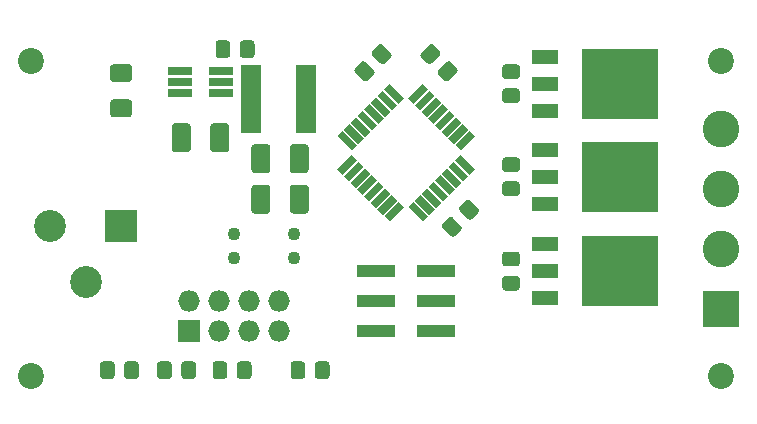
<source format=gbr>
%TF.GenerationSoftware,KiCad,Pcbnew,(5.1.6)-1*%
%TF.CreationDate,2020-10-21T10:45:24-05:00*%
%TF.ProjectId,esp-rgb-controller,6573702d-7267-4622-9d63-6f6e74726f6c,rev?*%
%TF.SameCoordinates,Original*%
%TF.FileFunction,Soldermask,Top*%
%TF.FilePolarity,Negative*%
%FSLAX46Y46*%
G04 Gerber Fmt 4.6, Leading zero omitted, Abs format (unit mm)*
G04 Created by KiCad (PCBNEW (5.1.6)-1) date 2020-10-21 10:45:24*
%MOMM*%
%LPD*%
G01*
G04 APERTURE LIST*
%ADD10C,2.200000*%
%ADD11C,3.100000*%
%ADD12R,3.100000X3.100000*%
%ADD13R,2.700000X2.700000*%
%ADD14C,2.700000*%
%ADD15R,2.300000X1.300000*%
%ADD16R,6.500000X5.900000*%
%ADD17C,0.100000*%
%ADD18R,2.100000X0.750000*%
%ADD19R,1.827200X1.827200*%
%ADD20O,1.827200X1.827200*%
%ADD21R,3.250000X1.100000*%
%ADD22C,1.100000*%
%ADD23R,1.700000X5.800000*%
G04 APERTURE END LIST*
D10*
%TO.C,REF\u002A\u002A*%
X128905000Y-119380000D03*
%TD*%
%TO.C,REF\u002A\u002A*%
X128905000Y-92710000D03*
%TD*%
%TO.C,REF\u002A\u002A*%
X187325000Y-92710000D03*
%TD*%
%TO.C,REF\u002A\u002A*%
X187325000Y-119380000D03*
%TD*%
D11*
%TO.C,J6*%
X187325000Y-108585000D03*
X187325000Y-103505000D03*
D12*
X187325000Y-113665000D03*
D11*
X187325000Y-98425000D03*
%TD*%
%TO.C,C1*%
G36*
G01*
X146323000Y-119350262D02*
X146323000Y-118393738D01*
G75*
G02*
X146594738Y-118122000I271738J0D01*
G01*
X147301262Y-118122000D01*
G75*
G02*
X147573000Y-118393738I0J-271738D01*
G01*
X147573000Y-119350262D01*
G75*
G02*
X147301262Y-119622000I-271738J0D01*
G01*
X146594738Y-119622000D01*
G75*
G02*
X146323000Y-119350262I0J271738D01*
G01*
G37*
G36*
G01*
X144273000Y-119350262D02*
X144273000Y-118393738D01*
G75*
G02*
X144544738Y-118122000I271738J0D01*
G01*
X145251262Y-118122000D01*
G75*
G02*
X145523000Y-118393738I0J-271738D01*
G01*
X145523000Y-119350262D01*
G75*
G02*
X145251262Y-119622000I-271738J0D01*
G01*
X144544738Y-119622000D01*
G75*
G02*
X144273000Y-119350262I0J271738D01*
G01*
G37*
%TD*%
%TO.C,C3*%
G36*
G01*
X147827000Y-91215738D02*
X147827000Y-92172262D01*
G75*
G02*
X147555262Y-92444000I-271738J0D01*
G01*
X146848738Y-92444000D01*
G75*
G02*
X146577000Y-92172262I0J271738D01*
G01*
X146577000Y-91215738D01*
G75*
G02*
X146848738Y-90944000I271738J0D01*
G01*
X147555262Y-90944000D01*
G75*
G02*
X147827000Y-91215738I0J-271738D01*
G01*
G37*
G36*
G01*
X145777000Y-91215738D02*
X145777000Y-92172262D01*
G75*
G02*
X145505262Y-92444000I-271738J0D01*
G01*
X144798738Y-92444000D01*
G75*
G02*
X144527000Y-92172262I0J271738D01*
G01*
X144527000Y-91215738D01*
G75*
G02*
X144798738Y-90944000I271738J0D01*
G01*
X145505262Y-90944000D01*
G75*
G02*
X145777000Y-91215738I0J-271738D01*
G01*
G37*
%TD*%
%TO.C,C4*%
G36*
G01*
X166092759Y-104502876D02*
X166769124Y-105179240D01*
G75*
G02*
X166769124Y-105563536I-192148J-192148D01*
G01*
X166269536Y-106063124D01*
G75*
G02*
X165885240Y-106063124I-192148J192148D01*
G01*
X165208876Y-105386760D01*
G75*
G02*
X165208876Y-105002464I192148J192148D01*
G01*
X165708464Y-104502876D01*
G75*
G02*
X166092760Y-104502876I192148J-192148D01*
G01*
G37*
G36*
G01*
X164643191Y-105952444D02*
X165319556Y-106628808D01*
G75*
G02*
X165319556Y-107013104I-192148J-192148D01*
G01*
X164819968Y-107512692D01*
G75*
G02*
X164435672Y-107512692I-192148J192148D01*
G01*
X163759308Y-106836328D01*
G75*
G02*
X163759308Y-106452032I192148J192148D01*
G01*
X164258896Y-105952444D01*
G75*
G02*
X164643192Y-105952444I192148J-192148D01*
G01*
G37*
%TD*%
%TO.C,F2*%
G36*
G01*
X137182456Y-94488500D02*
X135867544Y-94488500D01*
G75*
G02*
X135600000Y-94220956I0J267544D01*
G01*
X135600000Y-93231044D01*
G75*
G02*
X135867544Y-92963500I267544J0D01*
G01*
X137182456Y-92963500D01*
G75*
G02*
X137450000Y-93231044I0J-267544D01*
G01*
X137450000Y-94220956D01*
G75*
G02*
X137182456Y-94488500I-267544J0D01*
G01*
G37*
G36*
G01*
X137182456Y-97463500D02*
X135867544Y-97463500D01*
G75*
G02*
X135600000Y-97195956I0J267544D01*
G01*
X135600000Y-96206044D01*
G75*
G02*
X135867544Y-95938500I267544J0D01*
G01*
X137182456Y-95938500D01*
G75*
G02*
X137450000Y-96206044I0J-267544D01*
G01*
X137450000Y-97195956D01*
G75*
G02*
X137182456Y-97463500I-267544J0D01*
G01*
G37*
%TD*%
D13*
%TO.C,J1*%
X136525000Y-106680000D03*
D14*
X130525000Y-106680000D03*
X133525000Y-111380000D03*
%TD*%
D15*
%TO.C,Q1*%
X172457000Y-108210000D03*
X172457000Y-110490000D03*
X172457000Y-112770000D03*
D16*
X178757000Y-110490000D03*
%TD*%
%TO.C,Q2*%
X178757000Y-102489000D03*
D15*
X172457000Y-104769000D03*
X172457000Y-102489000D03*
X172457000Y-100209000D03*
%TD*%
%TO.C,Q3*%
X172457000Y-92335000D03*
X172457000Y-94615000D03*
X172457000Y-96895000D03*
D16*
X178757000Y-94615000D03*
%TD*%
%TO.C,R1*%
G36*
G01*
X157032457Y-94341908D02*
X156356092Y-93665544D01*
G75*
G02*
X156356092Y-93281248I192148J192148D01*
G01*
X156855680Y-92781660D01*
G75*
G02*
X157239976Y-92781660I192148J-192148D01*
G01*
X157916340Y-93458024D01*
G75*
G02*
X157916340Y-93842320I-192148J-192148D01*
G01*
X157416752Y-94341908D01*
G75*
G02*
X157032456Y-94341908I-192148J192148D01*
G01*
G37*
G36*
G01*
X158482025Y-92892340D02*
X157805660Y-92215976D01*
G75*
G02*
X157805660Y-91831680I192148J192148D01*
G01*
X158305248Y-91332092D01*
G75*
G02*
X158689544Y-91332092I192148J-192148D01*
G01*
X159365908Y-92008456D01*
G75*
G02*
X159365908Y-92392752I-192148J-192148D01*
G01*
X158866320Y-92892340D01*
G75*
G02*
X158482024Y-92892340I-192148J192148D01*
G01*
G37*
%TD*%
%TO.C,R2*%
G36*
G01*
X140824000Y-118393738D02*
X140824000Y-119350262D01*
G75*
G02*
X140552262Y-119622000I-271738J0D01*
G01*
X139845738Y-119622000D01*
G75*
G02*
X139574000Y-119350262I0J271738D01*
G01*
X139574000Y-118393738D01*
G75*
G02*
X139845738Y-118122000I271738J0D01*
G01*
X140552262Y-118122000D01*
G75*
G02*
X140824000Y-118393738I0J-271738D01*
G01*
G37*
G36*
G01*
X142874000Y-118393738D02*
X142874000Y-119350262D01*
G75*
G02*
X142602262Y-119622000I-271738J0D01*
G01*
X141895738Y-119622000D01*
G75*
G02*
X141624000Y-119350262I0J271738D01*
G01*
X141624000Y-118393738D01*
G75*
G02*
X141895738Y-118122000I271738J0D01*
G01*
X142602262Y-118122000D01*
G75*
G02*
X142874000Y-118393738I0J-271738D01*
G01*
G37*
%TD*%
%TO.C,R3*%
G36*
G01*
X169066738Y-110890000D02*
X170023262Y-110890000D01*
G75*
G02*
X170295000Y-111161738I0J-271738D01*
G01*
X170295000Y-111868262D01*
G75*
G02*
X170023262Y-112140000I-271738J0D01*
G01*
X169066738Y-112140000D01*
G75*
G02*
X168795000Y-111868262I0J271738D01*
G01*
X168795000Y-111161738D01*
G75*
G02*
X169066738Y-110890000I271738J0D01*
G01*
G37*
G36*
G01*
X169066738Y-108840000D02*
X170023262Y-108840000D01*
G75*
G02*
X170295000Y-109111738I0J-271738D01*
G01*
X170295000Y-109818262D01*
G75*
G02*
X170023262Y-110090000I-271738J0D01*
G01*
X169066738Y-110090000D01*
G75*
G02*
X168795000Y-109818262I0J271738D01*
G01*
X168795000Y-109111738D01*
G75*
G02*
X169066738Y-108840000I271738J0D01*
G01*
G37*
%TD*%
%TO.C,R4*%
G36*
G01*
X169066738Y-100839000D02*
X170023262Y-100839000D01*
G75*
G02*
X170295000Y-101110738I0J-271738D01*
G01*
X170295000Y-101817262D01*
G75*
G02*
X170023262Y-102089000I-271738J0D01*
G01*
X169066738Y-102089000D01*
G75*
G02*
X168795000Y-101817262I0J271738D01*
G01*
X168795000Y-101110738D01*
G75*
G02*
X169066738Y-100839000I271738J0D01*
G01*
G37*
G36*
G01*
X169066738Y-102889000D02*
X170023262Y-102889000D01*
G75*
G02*
X170295000Y-103160738I0J-271738D01*
G01*
X170295000Y-103867262D01*
G75*
G02*
X170023262Y-104139000I-271738J0D01*
G01*
X169066738Y-104139000D01*
G75*
G02*
X168795000Y-103867262I0J271738D01*
G01*
X168795000Y-103160738D01*
G75*
G02*
X169066738Y-102889000I271738J0D01*
G01*
G37*
%TD*%
%TO.C,R5*%
G36*
G01*
X169066738Y-92965000D02*
X170023262Y-92965000D01*
G75*
G02*
X170295000Y-93236738I0J-271738D01*
G01*
X170295000Y-93943262D01*
G75*
G02*
X170023262Y-94215000I-271738J0D01*
G01*
X169066738Y-94215000D01*
G75*
G02*
X168795000Y-93943262I0J271738D01*
G01*
X168795000Y-93236738D01*
G75*
G02*
X169066738Y-92965000I271738J0D01*
G01*
G37*
G36*
G01*
X169066738Y-95015000D02*
X170023262Y-95015000D01*
G75*
G02*
X170295000Y-95286738I0J-271738D01*
G01*
X170295000Y-95993262D01*
G75*
G02*
X170023262Y-96265000I-271738J0D01*
G01*
X169066738Y-96265000D01*
G75*
G02*
X168795000Y-95993262I0J271738D01*
G01*
X168795000Y-95286738D01*
G75*
G02*
X169066738Y-95015000I271738J0D01*
G01*
G37*
%TD*%
D17*
%TO.C,U1*%
G36*
X162511155Y-105813334D02*
G01*
X162051536Y-106272953D01*
X160849455Y-105070872D01*
X161309074Y-104611253D01*
X162511155Y-105813334D01*
G37*
G36*
X163076840Y-105247648D02*
G01*
X162617221Y-105707267D01*
X161415140Y-104505186D01*
X161874759Y-104045567D01*
X163076840Y-105247648D01*
G37*
G36*
X163642526Y-104681963D02*
G01*
X163182907Y-105141582D01*
X161980826Y-103939501D01*
X162440445Y-103479882D01*
X163642526Y-104681963D01*
G37*
G36*
X164208211Y-104116278D02*
G01*
X163748592Y-104575897D01*
X162546511Y-103373816D01*
X163006130Y-102914197D01*
X164208211Y-104116278D01*
G37*
G36*
X164773897Y-103550592D02*
G01*
X164314278Y-104010211D01*
X163112197Y-102808130D01*
X163571816Y-102348511D01*
X164773897Y-103550592D01*
G37*
G36*
X165339582Y-102984907D02*
G01*
X164879963Y-103444526D01*
X163677882Y-102242445D01*
X164137501Y-101782826D01*
X165339582Y-102984907D01*
G37*
G36*
X165905267Y-102419221D02*
G01*
X165445648Y-102878840D01*
X164243567Y-101676759D01*
X164703186Y-101217140D01*
X165905267Y-102419221D01*
G37*
G36*
X166470953Y-101853536D02*
G01*
X166011334Y-102313155D01*
X164809253Y-101111074D01*
X165268872Y-100651455D01*
X166470953Y-101853536D01*
G37*
G36*
X166011334Y-98600845D02*
G01*
X166470953Y-99060464D01*
X165268872Y-100262545D01*
X164809253Y-99802926D01*
X166011334Y-98600845D01*
G37*
G36*
X165445648Y-98035160D02*
G01*
X165905267Y-98494779D01*
X164703186Y-99696860D01*
X164243567Y-99237241D01*
X165445648Y-98035160D01*
G37*
G36*
X164879963Y-97469474D02*
G01*
X165339582Y-97929093D01*
X164137501Y-99131174D01*
X163677882Y-98671555D01*
X164879963Y-97469474D01*
G37*
G36*
X164314278Y-96903789D02*
G01*
X164773897Y-97363408D01*
X163571816Y-98565489D01*
X163112197Y-98105870D01*
X164314278Y-96903789D01*
G37*
G36*
X163748592Y-96338103D02*
G01*
X164208211Y-96797722D01*
X163006130Y-97999803D01*
X162546511Y-97540184D01*
X163748592Y-96338103D01*
G37*
G36*
X163182907Y-95772418D02*
G01*
X163642526Y-96232037D01*
X162440445Y-97434118D01*
X161980826Y-96974499D01*
X163182907Y-95772418D01*
G37*
G36*
X162617221Y-95206733D02*
G01*
X163076840Y-95666352D01*
X161874759Y-96868433D01*
X161415140Y-96408814D01*
X162617221Y-95206733D01*
G37*
G36*
X162051536Y-94641047D02*
G01*
X162511155Y-95100666D01*
X161309074Y-96302747D01*
X160849455Y-95843128D01*
X162051536Y-94641047D01*
G37*
G36*
X160460545Y-95843128D02*
G01*
X160000926Y-96302747D01*
X158798845Y-95100666D01*
X159258464Y-94641047D01*
X160460545Y-95843128D01*
G37*
G36*
X159894860Y-96408814D02*
G01*
X159435241Y-96868433D01*
X158233160Y-95666352D01*
X158692779Y-95206733D01*
X159894860Y-96408814D01*
G37*
G36*
X159329174Y-96974499D02*
G01*
X158869555Y-97434118D01*
X157667474Y-96232037D01*
X158127093Y-95772418D01*
X159329174Y-96974499D01*
G37*
G36*
X158763489Y-97540184D02*
G01*
X158303870Y-97999803D01*
X157101789Y-96797722D01*
X157561408Y-96338103D01*
X158763489Y-97540184D01*
G37*
G36*
X158197803Y-98105870D02*
G01*
X157738184Y-98565489D01*
X156536103Y-97363408D01*
X156995722Y-96903789D01*
X158197803Y-98105870D01*
G37*
G36*
X157632118Y-98671555D02*
G01*
X157172499Y-99131174D01*
X155970418Y-97929093D01*
X156430037Y-97469474D01*
X157632118Y-98671555D01*
G37*
G36*
X157066433Y-99237241D02*
G01*
X156606814Y-99696860D01*
X155404733Y-98494779D01*
X155864352Y-98035160D01*
X157066433Y-99237241D01*
G37*
G36*
X156500747Y-99802926D02*
G01*
X156041128Y-100262545D01*
X154839047Y-99060464D01*
X155298666Y-98600845D01*
X156500747Y-99802926D01*
G37*
G36*
X156041128Y-100651455D02*
G01*
X156500747Y-101111074D01*
X155298666Y-102313155D01*
X154839047Y-101853536D01*
X156041128Y-100651455D01*
G37*
G36*
X156606814Y-101217140D02*
G01*
X157066433Y-101676759D01*
X155864352Y-102878840D01*
X155404733Y-102419221D01*
X156606814Y-101217140D01*
G37*
G36*
X157172499Y-101782826D02*
G01*
X157632118Y-102242445D01*
X156430037Y-103444526D01*
X155970418Y-102984907D01*
X157172499Y-101782826D01*
G37*
G36*
X157738184Y-102348511D02*
G01*
X158197803Y-102808130D01*
X156995722Y-104010211D01*
X156536103Y-103550592D01*
X157738184Y-102348511D01*
G37*
G36*
X158303870Y-102914197D02*
G01*
X158763489Y-103373816D01*
X157561408Y-104575897D01*
X157101789Y-104116278D01*
X158303870Y-102914197D01*
G37*
G36*
X158869555Y-103479882D02*
G01*
X159329174Y-103939501D01*
X158127093Y-105141582D01*
X157667474Y-104681963D01*
X158869555Y-103479882D01*
G37*
G36*
X159435241Y-104045567D02*
G01*
X159894860Y-104505186D01*
X158692779Y-105707267D01*
X158233160Y-105247648D01*
X159435241Y-104045567D01*
G37*
G36*
X160000926Y-104611253D02*
G01*
X160460545Y-105070872D01*
X159258464Y-106272953D01*
X158798845Y-105813334D01*
X160000926Y-104611253D01*
G37*
%TD*%
D18*
%TO.C,U2*%
X141546000Y-93538000D03*
X141546000Y-94488000D03*
X141546000Y-95438000D03*
X144966000Y-95438000D03*
X144966000Y-94488000D03*
X144966000Y-93538000D03*
%TD*%
D19*
%TO.C,U3*%
X142240000Y-115570000D03*
D20*
X142240000Y-113030000D03*
X144780000Y-115570000D03*
X144780000Y-113030000D03*
X147320000Y-115570000D03*
X147320000Y-113030000D03*
X149860000Y-115570000D03*
X149860000Y-113030000D03*
%TD*%
D21*
%TO.C,J4*%
X158130000Y-110490000D03*
X163180000Y-110490000D03*
X158130000Y-113030000D03*
X163180000Y-113030000D03*
X158130000Y-115570000D03*
X163180000Y-115570000D03*
%TD*%
%TO.C,C2*%
G36*
G01*
X140831000Y-100145333D02*
X140831000Y-98228667D01*
G75*
G02*
X141097667Y-97962000I266667J0D01*
G01*
X142164333Y-97962000D01*
G75*
G02*
X142431000Y-98228667I0J-266667D01*
G01*
X142431000Y-100145333D01*
G75*
G02*
X142164333Y-100412000I-266667J0D01*
G01*
X141097667Y-100412000D01*
G75*
G02*
X140831000Y-100145333I0J266667D01*
G01*
G37*
G36*
G01*
X144081000Y-100145333D02*
X144081000Y-98228667D01*
G75*
G02*
X144347667Y-97962000I266667J0D01*
G01*
X145414333Y-97962000D01*
G75*
G02*
X145681000Y-98228667I0J-266667D01*
G01*
X145681000Y-100145333D01*
G75*
G02*
X145414333Y-100412000I-266667J0D01*
G01*
X144347667Y-100412000D01*
G75*
G02*
X144081000Y-100145333I0J266667D01*
G01*
G37*
%TD*%
%TO.C,C5*%
G36*
G01*
X149162000Y-103435667D02*
X149162000Y-105352333D01*
G75*
G02*
X148895333Y-105619000I-266667J0D01*
G01*
X147828667Y-105619000D01*
G75*
G02*
X147562000Y-105352333I0J266667D01*
G01*
X147562000Y-103435667D01*
G75*
G02*
X147828667Y-103169000I266667J0D01*
G01*
X148895333Y-103169000D01*
G75*
G02*
X149162000Y-103435667I0J-266667D01*
G01*
G37*
G36*
G01*
X152412000Y-103435667D02*
X152412000Y-105352333D01*
G75*
G02*
X152145333Y-105619000I-266667J0D01*
G01*
X151078667Y-105619000D01*
G75*
G02*
X150812000Y-105352333I0J266667D01*
G01*
X150812000Y-103435667D01*
G75*
G02*
X151078667Y-103169000I266667J0D01*
G01*
X152145333Y-103169000D01*
G75*
G02*
X152412000Y-103435667I0J-266667D01*
G01*
G37*
%TD*%
%TO.C,C6*%
G36*
G01*
X152412000Y-100006667D02*
X152412000Y-101923333D01*
G75*
G02*
X152145333Y-102190000I-266667J0D01*
G01*
X151078667Y-102190000D01*
G75*
G02*
X150812000Y-101923333I0J266667D01*
G01*
X150812000Y-100006667D01*
G75*
G02*
X151078667Y-99740000I266667J0D01*
G01*
X152145333Y-99740000D01*
G75*
G02*
X152412000Y-100006667I0J-266667D01*
G01*
G37*
G36*
G01*
X149162000Y-100006667D02*
X149162000Y-101923333D01*
G75*
G02*
X148895333Y-102190000I-266667J0D01*
G01*
X147828667Y-102190000D01*
G75*
G02*
X147562000Y-101923333I0J266667D01*
G01*
X147562000Y-100006667D01*
G75*
G02*
X147828667Y-99740000I266667J0D01*
G01*
X148895333Y-99740000D01*
G75*
G02*
X149162000Y-100006667I0J-266667D01*
G01*
G37*
%TD*%
%TO.C,D1*%
G36*
G01*
X163393660Y-93458025D02*
X164070024Y-92781660D01*
G75*
G02*
X164454320Y-92781660I192148J-192148D01*
G01*
X164953908Y-93281248D01*
G75*
G02*
X164953908Y-93665544I-192148J-192148D01*
G01*
X164277544Y-94341908D01*
G75*
G02*
X163893248Y-94341908I-192148J192148D01*
G01*
X163393660Y-93842320D01*
G75*
G02*
X163393660Y-93458024I192148J192148D01*
G01*
G37*
G36*
G01*
X161944092Y-92008457D02*
X162620456Y-91332092D01*
G75*
G02*
X163004752Y-91332092I192148J-192148D01*
G01*
X163504340Y-91831680D01*
G75*
G02*
X163504340Y-92215976I-192148J-192148D01*
G01*
X162827976Y-92892340D01*
G75*
G02*
X162443680Y-92892340I-192148J192148D01*
G01*
X161944092Y-92392752D01*
G75*
G02*
X161944092Y-92008456I192148J192148D01*
G01*
G37*
%TD*%
%TO.C,D2*%
G36*
G01*
X134739000Y-119350262D02*
X134739000Y-118393738D01*
G75*
G02*
X135010738Y-118122000I271738J0D01*
G01*
X135717262Y-118122000D01*
G75*
G02*
X135989000Y-118393738I0J-271738D01*
G01*
X135989000Y-119350262D01*
G75*
G02*
X135717262Y-119622000I-271738J0D01*
G01*
X135010738Y-119622000D01*
G75*
G02*
X134739000Y-119350262I0J271738D01*
G01*
G37*
G36*
G01*
X136789000Y-119350262D02*
X136789000Y-118393738D01*
G75*
G02*
X137060738Y-118122000I271738J0D01*
G01*
X137767262Y-118122000D01*
G75*
G02*
X138039000Y-118393738I0J-271738D01*
G01*
X138039000Y-119350262D01*
G75*
G02*
X137767262Y-119622000I-271738J0D01*
G01*
X137060738Y-119622000D01*
G75*
G02*
X136789000Y-119350262I0J271738D01*
G01*
G37*
%TD*%
%TO.C,R6*%
G36*
G01*
X154177000Y-118393738D02*
X154177000Y-119350262D01*
G75*
G02*
X153905262Y-119622000I-271738J0D01*
G01*
X153198738Y-119622000D01*
G75*
G02*
X152927000Y-119350262I0J271738D01*
G01*
X152927000Y-118393738D01*
G75*
G02*
X153198738Y-118122000I271738J0D01*
G01*
X153905262Y-118122000D01*
G75*
G02*
X154177000Y-118393738I0J-271738D01*
G01*
G37*
G36*
G01*
X152127000Y-118393738D02*
X152127000Y-119350262D01*
G75*
G02*
X151855262Y-119622000I-271738J0D01*
G01*
X151148738Y-119622000D01*
G75*
G02*
X150877000Y-119350262I0J271738D01*
G01*
X150877000Y-118393738D01*
G75*
G02*
X151148738Y-118122000I271738J0D01*
G01*
X151855262Y-118122000D01*
G75*
G02*
X152127000Y-118393738I0J-271738D01*
G01*
G37*
%TD*%
D22*
%TO.C,TP1*%
X151130000Y-107315000D03*
%TD*%
%TO.C,TP2*%
X151130000Y-109347000D03*
%TD*%
%TO.C,TP3*%
X146050000Y-109347000D03*
%TD*%
%TO.C,TP4*%
X146050000Y-107315000D03*
%TD*%
D23*
%TO.C,L1*%
X147510000Y-95885000D03*
X152210000Y-95885000D03*
%TD*%
M02*

</source>
